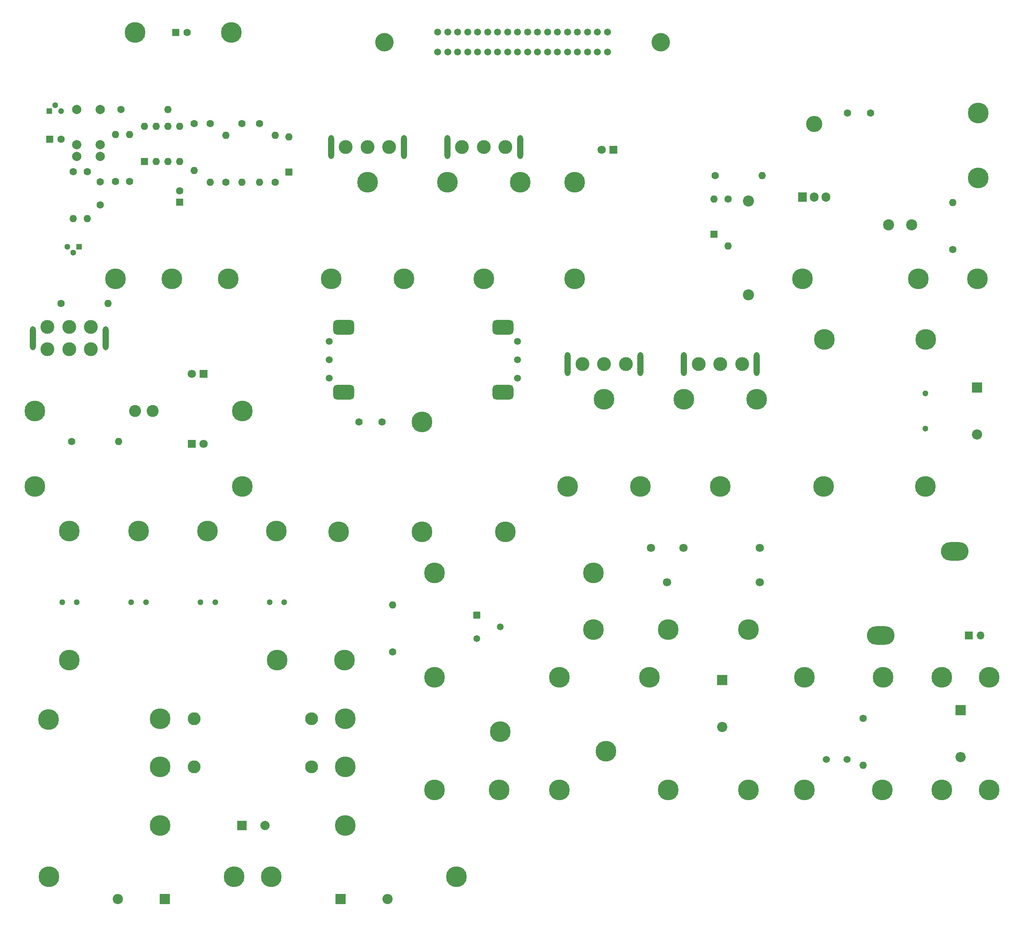
<source format=gbr>
%TF.GenerationSoftware,KiCad,Pcbnew,7.0.10*%
%TF.CreationDate,2024-02-02T16:27:03+02:00*%
%TF.ProjectId,EB-190,45422d31-3930-42e6-9b69-6361645f7063,rev?*%
%TF.SameCoordinates,Original*%
%TF.FileFunction,Soldermask,Top*%
%TF.FilePolarity,Negative*%
%FSLAX46Y46*%
G04 Gerber Fmt 4.6, Leading zero omitted, Abs format (unit mm)*
G04 Created by KiCad (PCBNEW 7.0.10) date 2024-02-02 16:27:03*
%MOMM*%
%LPD*%
G01*
G04 APERTURE LIST*
G04 Aperture macros list*
%AMRoundRect*
0 Rectangle with rounded corners*
0 $1 Rounding radius*
0 $2 $3 $4 $5 $6 $7 $8 $9 X,Y pos of 4 corners*
0 Add a 4 corners polygon primitive as box body*
4,1,4,$2,$3,$4,$5,$6,$7,$8,$9,$2,$3,0*
0 Add four circle primitives for the rounded corners*
1,1,$1+$1,$2,$3*
1,1,$1+$1,$4,$5*
1,1,$1+$1,$6,$7*
1,1,$1+$1,$8,$9*
0 Add four rect primitives between the rounded corners*
20,1,$1+$1,$2,$3,$4,$5,0*
20,1,$1+$1,$4,$5,$6,$7,0*
20,1,$1+$1,$6,$7,$8,$9,0*
20,1,$1+$1,$8,$9,$2,$3,0*%
G04 Aperture macros list end*
%ADD10C,4.500000*%
%ADD11C,1.600000*%
%ADD12O,1.600000X1.600000*%
%ADD13C,3.000000*%
%ADD14O,1.300000X5.200000*%
%ADD15C,1.300000*%
%ADD16RoundRect,0.102000X-0.634000X0.634000X-0.634000X-0.634000X0.634000X-0.634000X0.634000X0.634000X0*%
%ADD17C,1.472000*%
%ADD18R,1.800000X1.800000*%
%ADD19C,1.800000*%
%ADD20C,2.600000*%
%ADD21R,2.000000X2.000000*%
%ADD22C,2.000000*%
%ADD23C,2.800000*%
%ADD24O,2.800000X2.800000*%
%ADD25R,1.700000X1.700000*%
%ADD26O,1.700000X1.700000*%
%ADD27O,6.000000X4.000000*%
%ADD28R,1.600000X1.600000*%
%ADD29R,2.200000X2.200000*%
%ADD30O,2.200000X2.200000*%
%ADD31C,2.400000*%
%ADD32C,1.803400*%
%ADD33C,1.500000*%
%ADD34RoundRect,0.800000X1.450000X-0.800000X1.450000X0.800000X-1.450000X0.800000X-1.450000X-0.800000X0*%
%ADD35C,1.524000*%
%ADD36R,1.300000X1.300000*%
%ADD37O,3.500000X3.500000*%
%ADD38R,1.905000X2.000000*%
%ADD39O,1.905000X2.000000*%
%ADD40O,2.400000X2.400000*%
%ADD41C,4.000000*%
G04 APERTURE END LIST*
D10*
%TO.C,TP23*%
X191770000Y-150114000D03*
%TD*%
%TO.C,TP75*%
X309245000Y-86487000D03*
%TD*%
%TO.C,TP45*%
X189103000Y-117475000D03*
%TD*%
D11*
%TO.C,R13*%
X153924000Y-52832000D03*
D12*
X153924000Y-65532000D03*
%TD*%
D10*
%TO.C,TP76*%
X311786000Y-172720000D03*
%TD*%
D13*
%TO.C,S1*%
X108075000Y-96899000D03*
X112775000Y-96899000D03*
X117475000Y-96899000D03*
X108075000Y-101729000D03*
X112775000Y-101729000D03*
X117475000Y-101729000D03*
D14*
X104900000Y-99314000D03*
X120650000Y-99314000D03*
%TD*%
D15*
%TO.C,I2*%
X126195667Y-156464000D03*
X129370667Y-156464000D03*
%TD*%
D11*
%TO.C,R5*%
X252476000Y-64135000D03*
D12*
X262636000Y-64135000D03*
%TD*%
D10*
%TO.C,TP54*%
X275971000Y-131445000D03*
%TD*%
D16*
%TO.C,P1*%
X200914000Y-159258000D03*
D17*
X205994000Y-161798000D03*
X200914000Y-164338000D03*
%TD*%
D10*
%TO.C,TP1*%
X127000000Y-33147000D03*
%TD*%
%TO.C,TP74*%
X108411500Y-215900000D03*
%TD*%
D18*
%TO.C,LED2*%
X139314000Y-122174000D03*
D19*
X141854000Y-122174000D03*
%TD*%
D10*
%TO.C,TP64*%
X288799000Y-172720000D03*
%TD*%
%TO.C,TP71*%
X172461000Y-192148000D03*
%TD*%
%TO.C,TP15*%
X157712834Y-169037000D03*
%TD*%
D11*
%TO.C,R22*%
X116713000Y-63246000D03*
D12*
X116713000Y-73406000D03*
%TD*%
D11*
%TO.C,S6*%
X281091000Y-50546000D03*
X286091000Y-50546000D03*
%TD*%
D20*
%TO.C,JP1*%
X127000000Y-115062000D03*
X130810000Y-115062000D03*
%TD*%
D10*
%TO.C,TP47*%
X207137000Y-141239000D03*
%TD*%
%TO.C,TP53*%
X276099000Y-99568000D03*
%TD*%
%TO.C,TP7*%
X112776000Y-141097000D03*
%TD*%
D15*
%TO.C,I1*%
X111230834Y-156464000D03*
X114405834Y-156464000D03*
%TD*%
D21*
%TO.C,C1*%
X150093323Y-204839000D03*
D22*
X155093323Y-204839000D03*
%TD*%
D18*
%TO.C,LED1*%
X141859000Y-107061000D03*
D19*
X139319000Y-107061000D03*
%TD*%
D13*
%TO.C,S4*%
X223774000Y-104902000D03*
X228474000Y-104902000D03*
X233174000Y-104902000D03*
D14*
X220599000Y-104902000D03*
X236349000Y-104902000D03*
%TD*%
D10*
%TO.C,TP63*%
X148411500Y-215900000D03*
%TD*%
D23*
%TO.C,R3*%
X139761000Y-192148000D03*
D24*
X165161000Y-192148000D03*
%TD*%
D10*
%TO.C,TP38*%
X218822000Y-197104000D03*
%TD*%
%TO.C,TP28*%
X205740000Y-197104000D03*
%TD*%
%TO.C,TP27*%
X245746000Y-112522000D03*
%TD*%
%TO.C,TP51*%
X271781000Y-197104000D03*
%TD*%
%TO.C,TP59*%
X132461000Y-181737000D03*
%TD*%
%TO.C,TP13*%
X150219834Y-131445000D03*
%TD*%
D11*
%TO.C,R9*%
X284480000Y-181610000D03*
D12*
X284480000Y-191770000D03*
%TD*%
D11*
%TO.C,R1*%
X113284000Y-121666000D03*
D12*
X123444000Y-121666000D03*
%TD*%
D10*
%TO.C,TP39*%
X171069000Y-141239000D03*
%TD*%
D25*
%TO.C,L4*%
X307341000Y-163703000D03*
D26*
X309881000Y-163703000D03*
D27*
X304261779Y-145517673D03*
X288261779Y-163717673D03*
%TD*%
D28*
%TO.C,D7*%
X252222000Y-76835000D03*
D12*
X252222000Y-69215000D03*
%TD*%
D29*
%TO.C,D4*%
X254001000Y-173355000D03*
D30*
X254001000Y-183515000D03*
%TD*%
D10*
%TO.C,TP57*%
X298070000Y-99568000D03*
%TD*%
%TO.C,TP61*%
X132461000Y-204839000D03*
%TD*%
%TO.C,TP46*%
X189103000Y-141239000D03*
%TD*%
D15*
%TO.C,I4*%
X156125334Y-156464000D03*
X159300334Y-156464000D03*
%TD*%
D28*
%TO.C,C2*%
X135803000Y-33147000D03*
D11*
X138303000Y-33147000D03*
%TD*%
D13*
%TO.C,S2*%
X181992000Y-57912000D03*
X177292000Y-57912000D03*
X172592000Y-57912000D03*
D14*
X185167000Y-57912000D03*
X169417000Y-57912000D03*
%TD*%
D10*
%TO.C,TP37*%
X226188000Y-162433000D03*
%TD*%
%TO.C,TP32*%
X210312000Y-65532000D03*
%TD*%
D18*
%TO.C,D8*%
X230510000Y-58547000D03*
D19*
X227970000Y-58547000D03*
%TD*%
D10*
%TO.C,TP49*%
X259716000Y-197104000D03*
%TD*%
%TO.C,TP19*%
X177292000Y-65532000D03*
%TD*%
%TO.C,TP67*%
X301499000Y-172720000D03*
%TD*%
D11*
%TO.C,R15*%
X143256000Y-52832000D03*
D12*
X143256000Y-65532000D03*
%TD*%
D10*
%TO.C,TP60*%
X132461000Y-192148000D03*
%TD*%
D11*
%TO.C,R18*%
X122809000Y-65405000D03*
D12*
X122809000Y-55245000D03*
%TD*%
D10*
%TO.C,TP40*%
X228854000Y-188722000D03*
%TD*%
%TO.C,TP52*%
X309372000Y-50571400D03*
%TD*%
D31*
%TO.C,R7*%
X289981000Y-74784000D03*
X294981000Y-74784000D03*
%TD*%
D10*
%TO.C,TP8*%
X150219834Y-115062000D03*
%TD*%
D28*
%TO.C,D6*%
X160274000Y-63373000D03*
D12*
X160274000Y-55753000D03*
%TD*%
D10*
%TO.C,TP12*%
X142642166Y-141097000D03*
%TD*%
D15*
%TO.C,I3*%
X141160500Y-156464000D03*
X144335500Y-156464000D03*
%TD*%
D10*
%TO.C,TP77*%
X311786000Y-197104000D03*
%TD*%
D11*
%TO.C,R23*%
X139827000Y-52832000D03*
D12*
X139827000Y-62992000D03*
%TD*%
D10*
%TO.C,TP6*%
X105325334Y-131445000D03*
%TD*%
%TO.C,TP16*%
X172339000Y-169037000D03*
%TD*%
%TO.C,TP72*%
X172461000Y-204839000D03*
%TD*%
%TO.C,TP29*%
X202438000Y-86487000D03*
%TD*%
D32*
%TO.C,RLY3*%
X262109996Y-144713000D03*
X245609996Y-144713000D03*
X238609995Y-144713000D03*
X242109996Y-152213000D03*
X262109996Y-152213000D03*
%TD*%
D11*
%TO.C,R4*%
X182753000Y-167259000D03*
D12*
X182753000Y-157099000D03*
%TD*%
D10*
%TO.C,TP5*%
X122809000Y-86487000D03*
%TD*%
D33*
%TO.C,L5*%
X169007000Y-100013000D03*
X169007000Y-108013000D03*
X209707000Y-100013000D03*
X209707000Y-108013000D03*
X169007000Y-104013000D03*
X209707000Y-104013000D03*
D34*
X172107000Y-97013000D03*
X172107000Y-111013000D03*
X206607000Y-97013000D03*
X206607000Y-111013000D03*
%TD*%
D10*
%TO.C,TP65*%
X288672000Y-197104000D03*
%TD*%
%TO.C,TP50*%
X108331000Y-181864000D03*
%TD*%
%TO.C,TP17*%
X185166000Y-86487000D03*
%TD*%
D11*
%TO.C,R19*%
X125857000Y-65405000D03*
D12*
X125857000Y-55245000D03*
%TD*%
D10*
%TO.C,TP25*%
X191770000Y-197104000D03*
%TD*%
D29*
%TO.C,D2*%
X171430500Y-220726000D03*
D30*
X181590500Y-220726000D03*
%TD*%
D28*
%TO.C,C4*%
X108522888Y-56261000D03*
D11*
X111022888Y-56261000D03*
%TD*%
%TO.C,R12*%
X150114000Y-52832000D03*
D12*
X150114000Y-65532000D03*
%TD*%
D10*
%TO.C,TP20*%
X228474000Y-112522000D03*
%TD*%
D11*
%TO.C,R24*%
X255270000Y-69215000D03*
D12*
X255270000Y-79375000D03*
%TD*%
D13*
%TO.C,S3*%
X207138000Y-57912000D03*
X202438000Y-57912000D03*
X197738000Y-57912000D03*
D14*
X210313000Y-57912000D03*
X194563000Y-57912000D03*
%TD*%
D10*
%TO.C,TP22*%
X220600000Y-131445000D03*
%TD*%
%TO.C,TP9*%
X147193000Y-86487000D03*
%TD*%
%TO.C,TP3*%
X105325334Y-115062000D03*
%TD*%
D23*
%TO.C,R2*%
X139761000Y-181737000D03*
D24*
X165161000Y-181737000D03*
%TD*%
D15*
%TO.C,BZ1*%
X297942000Y-111262000D03*
X297942000Y-118862000D03*
%TD*%
D10*
%TO.C,TP44*%
X242317000Y-197104000D03*
%TD*%
%TO.C,TP2*%
X147828000Y-33147000D03*
%TD*%
%TO.C,TP42*%
X226188000Y-150114000D03*
%TD*%
D29*
%TO.C,D5*%
X305562000Y-179832000D03*
D30*
X305562000Y-189992000D03*
%TD*%
D10*
%TO.C,TP36*%
X222123000Y-65532000D03*
%TD*%
%TO.C,TP4*%
X135001000Y-86487000D03*
%TD*%
%TO.C,TP33*%
X261494000Y-112522000D03*
%TD*%
%TO.C,TP30*%
X253620000Y-131445000D03*
%TD*%
%TO.C,TP18*%
X236348000Y-131445000D03*
%TD*%
%TO.C,TP43*%
X242317000Y-162433000D03*
%TD*%
D11*
%TO.C,R20*%
X123952000Y-49784000D03*
D12*
X134112000Y-49784000D03*
%TD*%
D22*
%TO.C,RL1*%
X114427000Y-49854786D03*
X114427000Y-57474786D03*
X114427000Y-60014786D03*
X119507000Y-60014786D03*
X119507000Y-57474786D03*
X119507000Y-49854786D03*
%TD*%
D10*
%TO.C,TP26*%
X194564000Y-65532000D03*
%TD*%
D29*
%TO.C,D1*%
X133477000Y-220726000D03*
D30*
X123317000Y-220726000D03*
%TD*%
D10*
%TO.C,TP34*%
X222123000Y-86487000D03*
%TD*%
D11*
%TO.C,R8*%
X303911000Y-80137000D03*
D12*
X303911000Y-69977000D03*
%TD*%
D10*
%TO.C,TP11*%
X127762000Y-141097000D03*
%TD*%
D11*
%TO.C,R14*%
X157353000Y-65532000D03*
D12*
X157353000Y-55372000D03*
%TD*%
D10*
%TO.C,TP58*%
X297942000Y-131445000D03*
%TD*%
D35*
%TO.C,I5*%
X276516000Y-190561000D03*
X281016000Y-190561000D03*
%TD*%
D11*
%TO.C,R16*%
X146685000Y-65532000D03*
D12*
X146685000Y-55372000D03*
%TD*%
D10*
%TO.C,TP14*%
X157607000Y-141097000D03*
%TD*%
%TO.C,TP69*%
X296418000Y-86487000D03*
%TD*%
D29*
%TO.C,D3*%
X309118000Y-109982000D03*
D30*
X309118000Y-120142000D03*
%TD*%
D10*
%TO.C,TP66*%
X309372000Y-64668400D03*
%TD*%
D11*
%TO.C,R17*%
X110998000Y-91821000D03*
D12*
X121158000Y-91821000D03*
%TD*%
D10*
%TO.C,TP55*%
X271781000Y-172720000D03*
%TD*%
%TO.C,TP35*%
X238252000Y-172720000D03*
%TD*%
D36*
%TO.C,Q3*%
X108458000Y-50165000D03*
D15*
X109728000Y-48895000D03*
X110998000Y-50165000D03*
%TD*%
D10*
%TO.C,TP41*%
X218822000Y-172720000D03*
%TD*%
D11*
%TO.C,F1*%
X119507000Y-65445000D03*
X119507000Y-70445000D03*
%TD*%
D37*
%TO.C,Q1*%
X273939000Y-52940000D03*
D38*
X271399000Y-68740000D03*
D39*
X273939000Y-68740000D03*
X276479000Y-68740000D03*
%TD*%
D28*
%TO.C,C5*%
X136652000Y-69912113D03*
D11*
X136652000Y-67412113D03*
%TD*%
D10*
%TO.C,TP68*%
X301499000Y-197104000D03*
%TD*%
%TO.C,TP31*%
X205994000Y-184531000D03*
%TD*%
D11*
%TO.C,F2*%
X175467000Y-117475000D03*
X180467000Y-117475000D03*
%TD*%
D10*
%TO.C,TP70*%
X172461000Y-181737000D03*
%TD*%
D31*
%TO.C,R6*%
X259715000Y-69596000D03*
D40*
X259715000Y-89916000D03*
%TD*%
D13*
%TO.C,S5*%
X248920000Y-104902000D03*
X253620000Y-104902000D03*
X258320000Y-104902000D03*
D14*
X245745000Y-104902000D03*
X261495000Y-104902000D03*
%TD*%
D10*
%TO.C,TP24*%
X191770000Y-172720000D03*
%TD*%
D36*
%TO.C,Q2*%
X114935000Y-79502000D03*
D15*
X113665000Y-80772000D03*
X112395000Y-79502000D03*
%TD*%
D10*
%TO.C,TP62*%
X196510500Y-215900000D03*
%TD*%
%TO.C,TP21*%
X169418000Y-86487000D03*
%TD*%
%TO.C,TP73*%
X156510500Y-215900000D03*
%TD*%
%TO.C,TP48*%
X259716000Y-162433000D03*
%TD*%
%TO.C,TP10*%
X112818334Y-169037000D03*
%TD*%
D11*
%TO.C,R21*%
X113665000Y-63246000D03*
D12*
X113665000Y-73406000D03*
%TD*%
D33*
%TO.C,J1*%
X192457055Y-37373625D03*
X194617055Y-37373625D03*
X196777055Y-37373625D03*
X198937055Y-37373625D03*
X201097055Y-37373625D03*
X203257055Y-37373625D03*
X205417055Y-37373625D03*
X207577055Y-37373625D03*
X209737055Y-37373625D03*
X211897055Y-37373625D03*
X214057055Y-37373625D03*
X216217055Y-37373625D03*
X218377055Y-37373625D03*
X220537055Y-37373625D03*
X222697055Y-37373625D03*
X224857055Y-37373625D03*
X227017055Y-37373625D03*
X229177055Y-37373625D03*
X192457055Y-33083625D03*
X194617055Y-33083625D03*
X196777055Y-33083625D03*
X198937055Y-33083625D03*
X201097055Y-33083625D03*
X203257055Y-33083625D03*
X205417055Y-33083625D03*
X207577055Y-33083625D03*
X209737055Y-33083625D03*
X211897055Y-33083625D03*
X214057055Y-33083625D03*
X216217055Y-33083625D03*
X218377055Y-33083625D03*
X220537055Y-33083625D03*
X222697055Y-33083625D03*
X224857055Y-33083625D03*
X227017055Y-33083625D03*
X229177055Y-33083625D03*
D41*
X180947055Y-35228625D03*
X240687055Y-35228625D03*
%TD*%
D10*
%TO.C,TP56*%
X271399000Y-86487000D03*
%TD*%
D28*
%TO.C,U1*%
X129042000Y-61077000D03*
D12*
X131582000Y-61077000D03*
X134122000Y-61077000D03*
X136662000Y-61077000D03*
X136662000Y-53457000D03*
X134122000Y-53457000D03*
X131582000Y-53457000D03*
X129042000Y-53457000D03*
%TD*%
M02*

</source>
